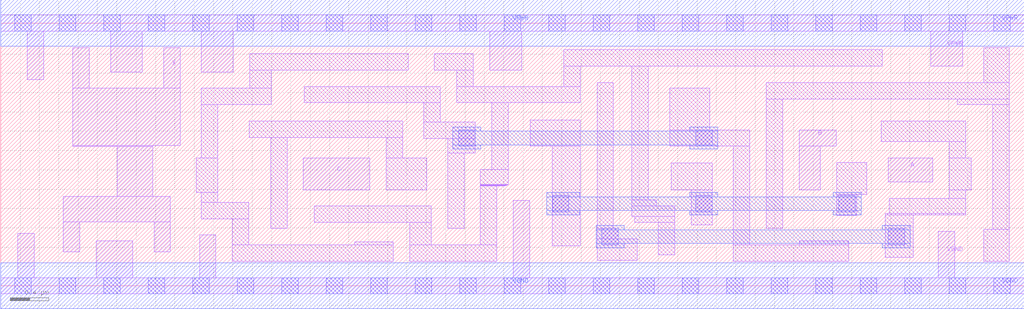
<source format=lef>
# Copyright 2020 The SkyWater PDK Authors
#
# Licensed under the Apache License, Version 2.0 (the "License");
# you may not use this file except in compliance with the License.
# You may obtain a copy of the License at
#
#     https://www.apache.org/licenses/LICENSE-2.0
#
# Unless required by applicable law or agreed to in writing, software
# distributed under the License is distributed on an "AS IS" BASIS,
# WITHOUT WARRANTIES OR CONDITIONS OF ANY KIND, either express or implied.
# See the License for the specific language governing permissions and
# limitations under the License.
#
# SPDX-License-Identifier: Apache-2.0

VERSION 5.7 ;
  NAMESCASESENSITIVE ON ;
  NOWIREEXTENSIONATPIN ON ;
  DIVIDERCHAR "/" ;
  BUSBITCHARS "[]" ;
UNITS
  DATABASE MICRONS 200 ;
END UNITS
PROPERTYDEFINITIONS
  MACRO maskLayoutSubType STRING ;
  MACRO prCellType STRING ;
  MACRO originalViewName STRING ;
END PROPERTYDEFINITIONS
MACRO sky130_fd_sc_hdll__xor3_4
  CLASS CORE ;
  FOREIGN sky130_fd_sc_hdll__xor3_4 ;
  ORIGIN  0.000000  0.000000 ;
  SIZE  10.58000 BY  2.720000 ;
  SYMMETRY X Y R90 ;
  SITE unithd ;
  PIN A
    ANTENNAGATEAREA  0.276000 ;
    DIRECTION INPUT ;
    USE SIGNAL ;
    PORT
      LAYER li1 ;
        RECT 9.175000 1.075000 9.635000 1.325000 ;
    END
  END A
  PIN B
    ANTENNAGATEAREA  0.735900 ;
    DIRECTION INPUT ;
    USE SIGNAL ;
    PORT
      LAYER li1 ;
        RECT 8.255000 0.995000 8.475000 1.445000 ;
        RECT 8.255000 1.445000 8.640000 1.615000 ;
    END
  END B
  PIN C
    ANTENNAGATEAREA  0.425400 ;
    DIRECTION INPUT ;
    USE SIGNAL ;
    PORT
      LAYER li1 ;
        RECT 3.130000 0.995000 3.815000 1.325000 ;
    END
  END C
  PIN VGND
    ANTENNADIFFAREA  1.225400 ;
    DIRECTION INOUT ;
    USE SIGNAL ;
    PORT
      LAYER li1 ;
        RECT 0.000000 -0.085000 10.580000 0.085000 ;
        RECT 0.175000  0.085000  0.345000 0.545000 ;
        RECT 0.985000  0.085000  1.365000 0.465000 ;
        RECT 2.055000  0.085000  2.225000 0.525000 ;
        RECT 5.300000  0.085000  5.470000 0.885000 ;
        RECT 9.695000  0.085000  9.865000 0.565000 ;
      LAYER mcon ;
        RECT  0.145000 -0.085000  0.315000 0.085000 ;
        RECT  0.605000 -0.085000  0.775000 0.085000 ;
        RECT  1.065000 -0.085000  1.235000 0.085000 ;
        RECT  1.525000 -0.085000  1.695000 0.085000 ;
        RECT  1.985000 -0.085000  2.155000 0.085000 ;
        RECT  2.445000 -0.085000  2.615000 0.085000 ;
        RECT  2.905000 -0.085000  3.075000 0.085000 ;
        RECT  3.365000 -0.085000  3.535000 0.085000 ;
        RECT  3.825000 -0.085000  3.995000 0.085000 ;
        RECT  4.285000 -0.085000  4.455000 0.085000 ;
        RECT  4.745000 -0.085000  4.915000 0.085000 ;
        RECT  5.205000 -0.085000  5.375000 0.085000 ;
        RECT  5.665000 -0.085000  5.835000 0.085000 ;
        RECT  6.125000 -0.085000  6.295000 0.085000 ;
        RECT  6.585000 -0.085000  6.755000 0.085000 ;
        RECT  7.045000 -0.085000  7.215000 0.085000 ;
        RECT  7.505000 -0.085000  7.675000 0.085000 ;
        RECT  7.965000 -0.085000  8.135000 0.085000 ;
        RECT  8.425000 -0.085000  8.595000 0.085000 ;
        RECT  8.885000 -0.085000  9.055000 0.085000 ;
        RECT  9.345000 -0.085000  9.515000 0.085000 ;
        RECT  9.805000 -0.085000  9.975000 0.085000 ;
        RECT 10.265000 -0.085000 10.435000 0.085000 ;
      LAYER met1 ;
        RECT 0.000000 -0.240000 10.580000 0.240000 ;
    END
  END VGND
  PIN VPWR
    ANTENNADIFFAREA  1.490800 ;
    DIRECTION INOUT ;
    USE SIGNAL ;
    PORT
      LAYER li1 ;
        RECT 0.000000 2.635000 10.580000 2.805000 ;
        RECT 0.275000 2.135000  0.445000 2.635000 ;
        RECT 1.135000 2.215000  1.465000 2.635000 ;
        RECT 2.075000 2.215000  2.405000 2.635000 ;
        RECT 5.055000 2.235000  5.385000 2.635000 ;
        RECT 9.615000 2.275000  9.945000 2.635000 ;
      LAYER mcon ;
        RECT  0.145000 2.635000  0.315000 2.805000 ;
        RECT  0.605000 2.635000  0.775000 2.805000 ;
        RECT  1.065000 2.635000  1.235000 2.805000 ;
        RECT  1.525000 2.635000  1.695000 2.805000 ;
        RECT  1.985000 2.635000  2.155000 2.805000 ;
        RECT  2.445000 2.635000  2.615000 2.805000 ;
        RECT  2.905000 2.635000  3.075000 2.805000 ;
        RECT  3.365000 2.635000  3.535000 2.805000 ;
        RECT  3.825000 2.635000  3.995000 2.805000 ;
        RECT  4.285000 2.635000  4.455000 2.805000 ;
        RECT  4.745000 2.635000  4.915000 2.805000 ;
        RECT  5.205000 2.635000  5.375000 2.805000 ;
        RECT  5.665000 2.635000  5.835000 2.805000 ;
        RECT  6.125000 2.635000  6.295000 2.805000 ;
        RECT  6.585000 2.635000  6.755000 2.805000 ;
        RECT  7.045000 2.635000  7.215000 2.805000 ;
        RECT  7.505000 2.635000  7.675000 2.805000 ;
        RECT  7.965000 2.635000  8.135000 2.805000 ;
        RECT  8.425000 2.635000  8.595000 2.805000 ;
        RECT  8.885000 2.635000  9.055000 2.805000 ;
        RECT  9.345000 2.635000  9.515000 2.805000 ;
        RECT  9.805000 2.635000  9.975000 2.805000 ;
        RECT 10.265000 2.635000 10.435000 2.805000 ;
      LAYER met1 ;
        RECT 0.000000 2.480000 10.580000 2.960000 ;
    END
  END VPWR
  PIN X
    ANTENNADIFFAREA  0.996000 ;
    DIRECTION OUTPUT ;
    USE SIGNAL ;
    PORT
      LAYER li1 ;
        RECT 0.645000 0.350000 0.815000 0.660000 ;
        RECT 0.645000 0.660000 1.755000 0.925000 ;
        RECT 0.745000 1.440000 1.570000 1.455000 ;
        RECT 0.745000 1.455000 1.855000 2.045000 ;
        RECT 0.745000 2.045000 0.915000 2.465000 ;
        RECT 1.205000 0.925000 1.570000 1.440000 ;
        RECT 1.585000 0.350000 1.755000 0.660000 ;
        RECT 1.685000 2.045000 1.855000 2.465000 ;
    END
  END X
  OBS
    LAYER li1 ;
      RECT  2.020000 0.965000  2.245000 1.325000 ;
      RECT  2.075000 0.695000  2.565000 0.865000 ;
      RECT  2.075000 0.865000  2.245000 0.965000 ;
      RECT  2.075000 1.325000  2.245000 1.875000 ;
      RECT  2.075000 1.875000  2.795000 2.045000 ;
      RECT  2.395000 0.255000  4.060000 0.425000 ;
      RECT  2.395000 0.425000  2.565000 0.695000 ;
      RECT  2.570000 1.535000  4.155000 1.705000 ;
      RECT  2.575000 2.045000  2.795000 2.235000 ;
      RECT  2.575000 2.235000  4.215000 2.405000 ;
      RECT  2.790000 0.595000  2.960000 1.535000 ;
      RECT  3.140000 1.895000  4.545000 2.065000 ;
      RECT  3.240000 0.655000  4.450000 0.825000 ;
      RECT  3.660000 0.425000  4.060000 0.455000 ;
      RECT  3.985000 0.995000  4.405000 1.325000 ;
      RECT  3.985000 1.325000  4.155000 1.535000 ;
      RECT  4.230000 0.255000  5.130000 0.425000 ;
      RECT  4.230000 0.425000  4.450000 0.655000 ;
      RECT  4.375000 1.525000  4.905000 1.695000 ;
      RECT  4.375000 1.695000  4.545000 1.895000 ;
      RECT  4.480000 2.235000  4.885000 2.405000 ;
      RECT  4.620000 0.595000  4.790000 1.375000 ;
      RECT  4.620000 1.375000  4.905000 1.525000 ;
      RECT  4.715000 1.895000  5.990000 2.065000 ;
      RECT  4.715000 2.065000  4.885000 2.235000 ;
      RECT  4.960000 0.425000  5.130000 1.035000 ;
      RECT  4.960000 1.035000  5.215000 1.040000 ;
      RECT  4.960000 1.040000  5.230000 1.045000 ;
      RECT  4.960000 1.045000  5.240000 1.050000 ;
      RECT  4.960000 1.050000  5.245000 1.205000 ;
      RECT  5.075000 1.205000  5.245000 1.895000 ;
      RECT  5.475000 1.445000  5.990000 1.715000 ;
      RECT  5.700000 0.415000  5.990000 1.445000 ;
      RECT  5.820000 2.065000  5.990000 2.275000 ;
      RECT  5.820000 2.275000  9.115000 2.445000 ;
      RECT  6.165000 0.265000  6.580000 0.485000 ;
      RECT  6.165000 0.485000  6.385000 0.595000 ;
      RECT  6.165000 0.595000  6.335000 2.105000 ;
      RECT  6.525000 0.720000  6.970000 0.825000 ;
      RECT  6.525000 0.825000  6.775000 0.890000 ;
      RECT  6.525000 0.890000  6.695000 2.275000 ;
      RECT  6.555000 0.655000  6.970000 0.720000 ;
      RECT  6.800000 0.320000  6.970000 0.655000 ;
      RECT  6.915000 1.445000  7.745000 1.615000 ;
      RECT  6.915000 1.615000  7.330000 2.045000 ;
      RECT  6.930000 0.995000  7.355000 1.270000 ;
      RECT  7.140000 0.630000  7.355000 0.995000 ;
      RECT  7.575000 0.255000  8.770000 0.425000 ;
      RECT  7.575000 0.425000  7.745000 1.445000 ;
      RECT  7.915000 0.595000  8.085000 1.935000 ;
      RECT  7.915000 1.935000 10.425000 2.105000 ;
      RECT  8.255000 0.425000  8.770000 0.465000 ;
      RECT  8.645000 0.730000  8.850000 0.945000 ;
      RECT  8.645000 0.945000  8.955000 1.275000 ;
      RECT  9.105000 1.495000  9.975000 1.705000 ;
      RECT  9.145000 0.295000  9.435000 0.735000 ;
      RECT  9.145000 0.735000  9.975000 0.750000 ;
      RECT  9.185000 0.750000  9.975000 0.905000 ;
      RECT  9.805000 0.905000  9.975000 0.995000 ;
      RECT  9.805000 0.995000 10.035000 1.325000 ;
      RECT  9.805000 1.325000  9.975000 1.495000 ;
      RECT  9.890000 1.875000 10.425000 1.935000 ;
      RECT 10.165000 0.255000 10.425000 0.585000 ;
      RECT 10.165000 2.105000 10.425000 2.465000 ;
      RECT 10.255000 0.585000 10.425000 1.875000 ;
    LAYER mcon ;
      RECT 4.735000 1.445000 4.905000 1.615000 ;
      RECT 5.705000 0.765000 5.875000 0.935000 ;
      RECT 6.215000 0.425000 6.385000 0.595000 ;
      RECT 7.185000 0.765000 7.355000 0.935000 ;
      RECT 7.185000 1.445000 7.355000 1.615000 ;
      RECT 8.665000 0.765000 8.835000 0.935000 ;
      RECT 9.175000 0.425000 9.345000 0.595000 ;
    LAYER met1 ;
      RECT 4.675000 1.415000 4.965000 1.460000 ;
      RECT 4.675000 1.460000 7.415000 1.600000 ;
      RECT 4.675000 1.600000 4.965000 1.645000 ;
      RECT 5.645000 0.735000 5.985000 0.780000 ;
      RECT 5.645000 0.780000 8.895000 0.920000 ;
      RECT 5.645000 0.920000 5.985000 0.965000 ;
      RECT 6.155000 0.395000 6.445000 0.440000 ;
      RECT 6.155000 0.440000 9.405000 0.580000 ;
      RECT 6.155000 0.580000 6.445000 0.625000 ;
      RECT 7.125000 0.735000 7.415000 0.780000 ;
      RECT 7.125000 0.920000 7.415000 0.965000 ;
      RECT 7.125000 1.415000 7.415000 1.460000 ;
      RECT 7.125000 1.600000 7.415000 1.645000 ;
      RECT 8.605000 0.735000 8.895000 0.780000 ;
      RECT 8.605000 0.920000 8.895000 0.965000 ;
      RECT 9.115000 0.395000 9.405000 0.440000 ;
      RECT 9.115000 0.580000 9.405000 0.625000 ;
  END
  PROPERTY maskLayoutSubType "abstract" ;
  PROPERTY prCellType "standard" ;
  PROPERTY originalViewName "layout" ;
END sky130_fd_sc_hdll__xor3_4

</source>
